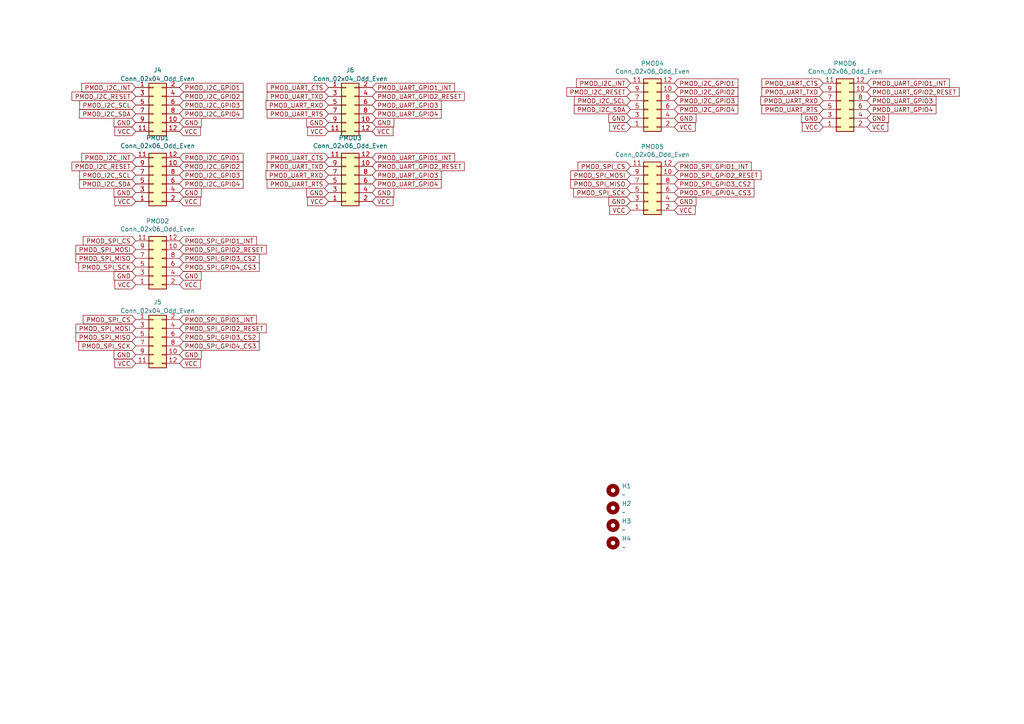
<source format=kicad_sch>
(kicad_sch (version 20211123) (generator eeschema)
  (paper "A4")
  (lib_symbols
    (symbol "Connector_Generic:Conn_02x06_Odd_Even" (pin_names (offset 1.016) hide)
      (property "Reference" "J" (at 1.27 7.62 0))
      (property "Value" "Conn_02x06_Odd_Even" (at 1.27 -10.16 0))
      (symbol "Conn_02x06_Odd_Even_1_1"
        (rectangle (start -1.27 -7.493) (end 0 -7.747) (stroke (width 0.1524)))
        (rectangle (start -1.27 -4.953) (end 0 -5.207) (stroke (width 0.1524)))
        (rectangle (start -1.27 -2.413) (end 0 -2.667) (stroke (width 0.1524)))
        (rectangle (start -1.27 0.127) (end 0 -0.127) (stroke (width 0.1524)))
        (rectangle (start -1.27 2.667) (end 0 2.413) (stroke (width 0.1524)))
        (rectangle (start -1.27 5.207) (end 0 4.953) (stroke (width 0.1524)))
        (rectangle (start -1.27 6.35) (end 3.81 -8.89) (stroke (width 0.254)) (fill (type background)))
        (rectangle (start 3.81 -7.493) (end 2.54 -7.747) (stroke (width 0.1524)))
        (rectangle (start 3.81 -4.953) (end 2.54 -5.207) (stroke (width 0.1524)))
        (rectangle (start 3.81 -2.413) (end 2.54 -2.667) (stroke (width 0.1524)))
        (rectangle (start 3.81 0.127) (end 2.54 -0.127) (stroke (width 0.1524)))
        (rectangle (start 3.81 2.667) (end 2.54 2.413) (stroke (width 0.1524)))
        (rectangle (start 3.81 5.207) (end 2.54 4.953) (stroke (width 0.1524)))
        (pin passive line (at -5.08 5.08 0) (length 3.81) (name "Pin_1") (number "1"))
        (pin passive line (at 7.62 -5.08 180) (length 3.81) (name "Pin_10") (number "10"))
        (pin passive line (at -5.08 -7.62 0) (length 3.81) (name "Pin_11") (number "11"))
        (pin passive line (at 7.62 -7.62 180) (length 3.81) (name "Pin_12") (number "12"))
        (pin passive line (at 7.62 5.08 180) (length 3.81) (name "Pin_2") (number "2"))
        (pin passive line (at -5.08 2.54 0) (length 3.81) (name "Pin_3") (number "3"))
        (pin passive line (at 7.62 2.54 180) (length 3.81) (name "Pin_4") (number "4"))
        (pin passive line (at -5.08 0 0) (length 3.81) (name "Pin_5") (number "5"))
        (pin passive line (at 7.62 0 180) (length 3.81) (name "Pin_6") (number "6"))
        (pin passive line (at -5.08 -2.54 0) (length 3.81) (name "Pin_7") (number "7"))
        (pin passive line (at 7.62 -2.54 180) (length 3.81) (name "Pin_8") (number "8"))
        (pin passive line (at -5.08 -5.08 0) (length 3.81) (name "Pin_9") (number "9"))
      )
    )
    (symbol "Mechanical:MountingHole" (pin_names (offset 1.016))
      (property "Reference" "H" (at 0 5.08 0))
      (property "Value" "MountingHole" (at 0 3.175 0))
      (symbol "MountingHole_0_1"
        (circle (center 0 0) (radius 1.27) (stroke (width 1.27)))
      )
    )
  )
  (global_label "GND" (shape input) (at 52.07 55.88 0) (property "Intersheet-verwijzingen" "${INTERSHEET_REFS}" (effects hide)))
  (global_label "PMOD_UART_RTS" (shape input) (at 95.25 33.02 180) (property "Intersheet-verwijzingen" "${INTERSHEET_REFS}" (effects hide)))
  (global_label "PMOD_UART_GPIO3" (shape input) (at 251.46 29.21 0) (property "Intersheet-verwijzingen" "${INTERSHEET_REFS}" (effects hide)))
  (global_label "PMOD_I2C_INT" (shape input) (at 39.37 45.72 180) (property "Intersheet-verwijzingen" "${INTERSHEET_REFS}" (effects hide)))
  (global_label "GND" (shape input) (at 52.07 80.01 0) (property "Intersheet-verwijzingen" "${INTERSHEET_REFS}" (effects hide)))
  (global_label "PMOD_SPI_SCK" (shape input) (at 39.37 100.33 180) (property "Intersheet-verwijzingen" "${INTERSHEET_REFS}" (effects hide)))
  (global_label "PMOD_UART_GPIO2_RESET" (shape input) (at 107.95 27.94 0) (property "Intersheet-verwijzingen" "${INTERSHEET_REFS}" (effects hide)))
  (global_label "PMOD_UART_CTS" (shape input) (at 238.76 24.13 180) (property "Intersheet-verwijzingen" "${INTERSHEET_REFS}" (effects hide)))
  (global_label "PMOD_I2C_GPIO1" (shape input) (at 52.07 25.4 0) (property "Intersheet-verwijzingen" "${INTERSHEET_REFS}" (effects hide)))
  (global_label "PMOD_UART_TXD" (shape input) (at 238.76 26.67 180) (property "Intersheet-verwijzingen" "${INTERSHEET_REFS}" (effects hide)))
  (global_label "PMOD_UART_GPIO4" (shape input) (at 107.95 53.34 0) (property "Intersheet-verwijzingen" "${INTERSHEET_REFS}" (effects hide)))
  (global_label "PMOD_UART_TXD" (shape input) (at 95.25 48.26 180) (property "Intersheet-verwijzingen" "${INTERSHEET_REFS}" (effects hide)))
  (global_label "PMOD_UART_CTS" (shape input) (at 95.25 25.4 180) (property "Intersheet-verwijzingen" "${INTERSHEET_REFS}" (effects hide)))
  (global_label "PMOD_SPI_GPIO4_CS3" (shape input) (at 195.58 55.88 0) (property "Intersheet-verwijzingen" "${INTERSHEET_REFS}" (effects hide)))
  (global_label "PMOD_SPI_GPIO1_INT" (shape input) (at 52.07 69.85 0) (property "Intersheet-verwijzingen" "${INTERSHEET_REFS}" (effects hide)))
  (global_label "GND" (shape input) (at 107.95 55.88 0) (property "Intersheet-verwijzingen" "${INTERSHEET_REFS}" (effects hide)))
  (global_label "VCC" (shape input) (at 182.88 36.83 180) (property "Intersheet-verwijzingen" "${INTERSHEET_REFS}" (effects hide)))
  (global_label "PMOD_UART_RXD" (shape input) (at 95.25 50.8 180) (property "Intersheet-verwijzingen" "${INTERSHEET_REFS}" (effects hide)))
  (global_label "PMOD_I2C_GPIO3" (shape input) (at 195.58 29.21 0) (property "Intersheet-verwijzingen" "${INTERSHEET_REFS}" (effects hide)))
  (global_label "PMOD_UART_GPIO4" (shape input) (at 107.95 33.02 0) (property "Intersheet-verwijzingen" "${INTERSHEET_REFS}" (effects hide)))
  (global_label "PMOD_I2C_RESET" (shape input) (at 182.88 26.67 180) (property "Intersheet-verwijzingen" "${INTERSHEET_REFS}" (effects hide)))
  (global_label "PMOD_SPI_GPIO4_CS3" (shape input) (at 52.07 77.47 0) (property "Intersheet-verwijzingen" "${INTERSHEET_REFS}" (effects hide)))
  (global_label "VCC" (shape input) (at 52.07 105.41 0) (property "Intersheet-verwijzingen" "${INTERSHEET_REFS}" (effects hide)))
  (global_label "PMOD_SPI_GPIO4_CS3" (shape input) (at 52.07 100.33 0) (property "Intersheet-verwijzingen" "${INTERSHEET_REFS}" (effects hide)))
  (global_label "PMOD_I2C_GPIO3" (shape input) (at 52.07 50.8 0) (property "Intersheet-verwijzingen" "${INTERSHEET_REFS}" (effects hide)))
  (global_label "PMOD_I2C_GPIO1" (shape input) (at 195.58 24.13 0) (property "Intersheet-verwijzingen" "${INTERSHEET_REFS}" (effects hide)))
  (global_label "VCC" (shape input) (at 251.46 36.83 0) (property "Intersheet-verwijzingen" "${INTERSHEET_REFS}" (effects hide)))
  (global_label "PMOD_I2C_GPIO2" (shape input) (at 195.58 26.67 0) (property "Intersheet-verwijzingen" "${INTERSHEET_REFS}" (effects hide)))
  (global_label "PMOD_UART_TXD" (shape input) (at 95.25 27.94 180) (property "Intersheet-verwijzingen" "${INTERSHEET_REFS}" (effects hide)))
  (global_label "GND" (shape input) (at 182.88 58.42 180) (property "Intersheet-verwijzingen" "${INTERSHEET_REFS}" (effects hide)))
  (global_label "PMOD_UART_GPIO1_INT" (shape input) (at 107.95 45.72 0) (property "Intersheet-verwijzingen" "${INTERSHEET_REFS}" (effects hide)))
  (global_label "PMOD_SPI_GPIO3_CS2" (shape input) (at 52.07 74.93 0) (property "Intersheet-verwijzingen" "${INTERSHEET_REFS}" (effects hide)))
  (global_label "PMOD_SPI_GPIO1_INT" (shape input) (at 52.07 92.71 0) (property "Intersheet-verwijzingen" "${INTERSHEET_REFS}" (effects hide)))
  (global_label "VCC" (shape input) (at 107.95 38.1 0) (property "Intersheet-verwijzingen" "${INTERSHEET_REFS}" (effects hide)))
  (global_label "PMOD_I2C_SDA" (shape input) (at 182.88 31.75 180) (property "Intersheet-verwijzingen" "${INTERSHEET_REFS}" (effects hide)))
  (global_label "PMOD_SPI_GPIO2_RESET" (shape input) (at 195.58 50.8 0) (property "Intersheet-verwijzingen" "${INTERSHEET_REFS}" (effects hide)))
  (global_label "PMOD_SPI_CS" (shape input) (at 39.37 69.85 180) (property "Intersheet-verwijzingen" "${INTERSHEET_REFS}" (effects hide)))
  (global_label "PMOD_SPI_MOSI" (shape input) (at 39.37 72.39 180) (property "Intersheet-verwijzingen" "${INTERSHEET_REFS}" (effects hide)))
  (global_label "VCC" (shape input) (at 52.07 58.42 0) (property "Intersheet-verwijzingen" "${INTERSHEET_REFS}" (effects hide)))
  (global_label "PMOD_I2C_SDA" (shape input) (at 39.37 33.02 180) (property "Intersheet-verwijzingen" "${INTERSHEET_REFS}" (effects hide)))
  (global_label "PMOD_I2C_INT" (shape input) (at 182.88 24.13 180) (property "Intersheet-verwijzingen" "${INTERSHEET_REFS}" (effects hide)))
  (global_label "PMOD_SPI_SCK" (shape input) (at 39.37 77.47 180) (property "Intersheet-verwijzingen" "${INTERSHEET_REFS}" (effects hide)))
  (global_label "PMOD_SPI_GPIO1_INT" (shape input) (at 195.58 48.26 0) (property "Intersheet-verwijzingen" "${INTERSHEET_REFS}" (effects hide)))
  (global_label "GND" (shape input) (at 95.25 55.88 180) (property "Intersheet-verwijzingen" "${INTERSHEET_REFS}" (effects hide)))
  (global_label "PMOD_I2C_GPIO4" (shape input) (at 195.58 31.75 0) (property "Intersheet-verwijzingen" "${INTERSHEET_REFS}" (effects hide)))
  (global_label "PMOD_UART_RXD" (shape input) (at 95.25 30.48 180) (property "Intersheet-verwijzingen" "${INTERSHEET_REFS}" (effects hide)))
  (global_label "VCC" (shape input) (at 39.37 58.42 180) (property "Intersheet-verwijzingen" "${INTERSHEET_REFS}" (effects hide)))
  (global_label "PMOD_I2C_SCL" (shape input) (at 39.37 50.8 180) (property "Intersheet-verwijzingen" "${INTERSHEET_REFS}" (effects hide)))
  (global_label "VCC" (shape input) (at 95.25 38.1 180) (property "Intersheet-verwijzingen" "${INTERSHEET_REFS}" (effects hide)))
  (global_label "GND" (shape input) (at 238.76 34.29 180) (property "Intersheet-verwijzingen" "${INTERSHEET_REFS}" (effects hide)))
  (global_label "PMOD_I2C_GPIO4" (shape input) (at 52.07 53.34 0) (property "Intersheet-verwijzingen" "${INTERSHEET_REFS}" (effects hide)))
  (global_label "PMOD_I2C_INT" (shape input) (at 39.37 25.4 180) (property "Intersheet-verwijzingen" "${INTERSHEET_REFS}" (effects hide)))
  (global_label "VCC" (shape input) (at 182.88 60.96 180) (property "Intersheet-verwijzingen" "${INTERSHEET_REFS}" (effects hide)))
  (global_label "VCC" (shape input) (at 95.25 58.42 180) (property "Intersheet-verwijzingen" "${INTERSHEET_REFS}" (effects hide)))
  (global_label "PMOD_SPI_MOSI" (shape input) (at 39.37 95.25 180) (property "Intersheet-verwijzingen" "${INTERSHEET_REFS}" (effects hide)))
  (global_label "PMOD_SPI_SCK" (shape input) (at 182.88 55.88 180) (property "Intersheet-verwijzingen" "${INTERSHEET_REFS}" (effects hide)))
  (global_label "PMOD_UART_CTS" (shape input) (at 95.25 45.72 180) (property "Intersheet-verwijzingen" "${INTERSHEET_REFS}" (effects hide)))
  (global_label "PMOD_UART_GPIO1_INT" (shape input) (at 107.95 25.4 0) (property "Intersheet-verwijzingen" "${INTERSHEET_REFS}" (effects hide)))
  (global_label "PMOD_SPI_MISO" (shape input) (at 39.37 74.93 180) (property "Intersheet-verwijzingen" "${INTERSHEET_REFS}" (effects hide)))
  (global_label "PMOD_UART_RTS" (shape input) (at 95.25 53.34 180) (property "Intersheet-verwijzingen" "${INTERSHEET_REFS}" (effects hide)))
  (global_label "PMOD_SPI_GPIO3_CS2" (shape input) (at 52.07 97.79 0) (property "Intersheet-verwijzingen" "${INTERSHEET_REFS}" (effects hide)))
  (global_label "GND" (shape input) (at 39.37 35.56 180) (property "Intersheet-verwijzingen" "${INTERSHEET_REFS}" (effects hide)))
  (global_label "PMOD_UART_GPIO3" (shape input) (at 107.95 30.48 0) (property "Intersheet-verwijzingen" "${INTERSHEET_REFS}" (effects hide)))
  (global_label "VCC" (shape input) (at 39.37 105.41 180) (property "Intersheet-verwijzingen" "${INTERSHEET_REFS}" (effects hide)))
  (global_label "PMOD_SPI_GPIO3_CS2" (shape input) (at 195.58 53.34 0) (property "Intersheet-verwijzingen" "${INTERSHEET_REFS}" (effects hide)))
  (global_label "PMOD_SPI_GPIO2_RESET" (shape input) (at 52.07 72.39 0) (property "Intersheet-verwijzingen" "${INTERSHEET_REFS}" (effects hide)))
  (global_label "GND" (shape input) (at 195.58 58.42 0) (property "Intersheet-verwijzingen" "${INTERSHEET_REFS}" (effects hide)))
  (global_label "PMOD_UART_RXD" (shape input) (at 238.76 29.21 180) (property "Intersheet-verwijzingen" "${INTERSHEET_REFS}" (effects hide)))
  (global_label "PMOD_SPI_MISO" (shape input) (at 182.88 53.34 180) (property "Intersheet-verwijzingen" "${INTERSHEET_REFS}" (effects hide)))
  (global_label "GND" (shape input) (at 107.95 35.56 0) (property "Intersheet-verwijzingen" "${INTERSHEET_REFS}" (effects hide)))
  (global_label "GND" (shape input) (at 39.37 102.87 180) (property "Intersheet-verwijzingen" "${INTERSHEET_REFS}" (effects hide)))
  (global_label "PMOD_UART_GPIO2_RESET" (shape input) (at 107.95 48.26 0) (property "Intersheet-verwijzingen" "${INTERSHEET_REFS}" (effects hide)))
  (global_label "PMOD_SPI_MOSI" (shape input) (at 182.88 50.8 180) (property "Intersheet-verwijzingen" "${INTERSHEET_REFS}" (effects hide)))
  (global_label "PMOD_UART_GPIO4" (shape input) (at 251.46 31.75 0) (property "Intersheet-verwijzingen" "${INTERSHEET_REFS}" (effects hide)))
  (global_label "VCC" (shape input) (at 238.76 36.83 180) (property "Intersheet-verwijzingen" "${INTERSHEET_REFS}" (effects hide)))
  (global_label "PMOD_SPI_CS" (shape input) (at 182.88 48.26 180) (property "Intersheet-verwijzingen" "${INTERSHEET_REFS}" (effects hide)))
  (global_label "PMOD_I2C_GPIO2" (shape input) (at 52.07 27.94 0) (property "Intersheet-verwijzingen" "${INTERSHEET_REFS}" (effects hide)))
  (global_label "PMOD_UART_RTS" (shape input) (at 238.76 31.75 180) (property "Intersheet-verwijzingen" "${INTERSHEET_REFS}" (effects hide)))
  (global_label "GND" (shape input) (at 52.07 102.87 0) (property "Intersheet-verwijzingen" "${INTERSHEET_REFS}" (effects hide)))
  (global_label "PMOD_UART_GPIO1_INT" (shape input) (at 251.46 24.13 0) (property "Intersheet-verwijzingen" "${INTERSHEET_REFS}" (effects hide)))
  (global_label "PMOD_SPI_GPIO2_RESET" (shape input) (at 52.07 95.25 0) (property "Intersheet-verwijzingen" "${INTERSHEET_REFS}" (effects hide)))
  (global_label "GND" (shape input) (at 52.07 35.56 0) (property "Intersheet-verwijzingen" "${INTERSHEET_REFS}" (effects hide)))
  (global_label "PMOD_I2C_RESET" (shape input) (at 39.37 27.94 180) (property "Intersheet-verwijzingen" "${INTERSHEET_REFS}" (effects hide)))
  (global_label "VCC" (shape input) (at 195.58 60.96 0) (property "Intersheet-verwijzingen" "${INTERSHEET_REFS}" (effects hide)))
  (global_label "GND" (shape input) (at 39.37 80.01 180) (property "Intersheet-verwijzingen" "${INTERSHEET_REFS}" (effects hide)))
  (global_label "PMOD_UART_GPIO3" (shape input) (at 107.95 50.8 0) (property "Intersheet-verwijzingen" "${INTERSHEET_REFS}" (effects hide)))
  (global_label "PMOD_SPI_MISO" (shape input) (at 39.37 97.79 180) (property "Intersheet-verwijzingen" "${INTERSHEET_REFS}" (effects hide)))
  (global_label "PMOD_I2C_GPIO4" (shape input) (at 52.07 33.02 0) (property "Intersheet-verwijzingen" "${INTERSHEET_REFS}" (effects hide)))
  (global_label "PMOD_I2C_SDA" (shape input) (at 39.37 53.34 180) (property "Intersheet-verwijzingen" "${INTERSHEET_REFS}" (effects hide)))
  (global_label "GND" (shape input) (at 39.37 55.88 180) (property "Intersheet-verwijzingen" "${INTERSHEET_REFS}" (effects hide)))
  (global_label "PMOD_I2C_RESET" (shape input) (at 39.37 48.26 180) (property "Intersheet-verwijzingen" "${INTERSHEET_REFS}" (effects hide)))
  (global_label "PMOD_I2C_GPIO3" (shape input) (at 52.07 30.48 0) (property "Intersheet-verwijzingen" "${INTERSHEET_REFS}" (effects hide)))
  (global_label "PMOD_UART_GPIO2_RESET" (shape input) (at 251.46 26.67 0) (property "Intersheet-verwijzingen" "${INTERSHEET_REFS}" (effects hide)))
  (global_label "VCC" (shape input) (at 52.07 38.1 0) (property "Intersheet-verwijzingen" "${INTERSHEET_REFS}" (effects hide)))
  (global_label "VCC" (shape input) (at 39.37 38.1 180) (property "Intersheet-verwijzingen" "${INTERSHEET_REFS}" (effects hide)))
  (global_label "PMOD_I2C_SCL" (shape input) (at 182.88 29.21 180) (property "Intersheet-verwijzingen" "${INTERSHEET_REFS}" (effects hide)))
  (global_label "PMOD_I2C_GPIO2" (shape input) (at 52.07 48.26 0) (property "Intersheet-verwijzingen" "${INTERSHEET_REFS}" (effects hide)))
  (global_label "PMOD_I2C_GPIO1" (shape input) (at 52.07 45.72 0) (property "Intersheet-verwijzingen" "${INTERSHEET_REFS}" (effects hide)))
  (global_label "GND" (shape input) (at 195.58 34.29 0) (property "Intersheet-verwijzingen" "${INTERSHEET_REFS}" (effects hide)))
  (global_label "PMOD_SPI_CS" (shape input) (at 39.37 92.71 180) (property "Intersheet-verwijzingen" "${INTERSHEET_REFS}" (effects hide)))
  (global_label "VCC" (shape input) (at 39.37 82.55 180) (property "Intersheet-verwijzingen" "${INTERSHEET_REFS}" (effects hide)))
  (global_label "VCC" (shape input) (at 107.95 58.42 0) (property "Intersheet-verwijzingen" "${INTERSHEET_REFS}" (effects hide)))
  (global_label "GND" (shape input) (at 182.88 34.29 180) (property "Intersheet-verwijzingen" "${INTERSHEET_REFS}" (effects hide)))
  (global_label "PMOD_I2C_SCL" (shape input) (at 39.37 30.48 180) (property "Intersheet-verwijzingen" "${INTERSHEET_REFS}" (effects hide)))
  (global_label "VCC" (shape input) (at 52.07 82.55 0) (property "Intersheet-verwijzingen" "${INTERSHEET_REFS}" (effects hide)))
  (global_label "GND" (shape input) (at 251.46 34.29 0) (property "Intersheet-verwijzingen" "${INTERSHEET_REFS}" (effects hide)))
  (global_label "VCC" (shape input) (at 195.58 36.83 0) (property "Intersheet-verwijzingen" "${INTERSHEET_REFS}" (effects hide)))
  (global_label "GND" (shape input) (at 95.25 35.56 180) (property "Intersheet-verwijzingen" "${INTERSHEET_REFS}" (effects hide)))
  (symbol (lib_id "Connector_Generic:Conn_02x06_Odd_Even") (at 44.45 53.34 0) (mirror x) (unit 1)
    (property "Reference" "PMOD1" (at 45.72 40.005 0))
    (property "Value" "Conn_02x06_Odd_Even" (at 45.72 42.3164 0))
    (property "Footprint" "Connector_PinHeader_2.54mm:PinHeader_2x06_P2.54mm_Horizontal" (effects hide))
  )
  (symbol (lib_id "Connector_Generic:Conn_02x06_Odd_Even") (at 44.45 77.47 0) (mirror x) (unit 1)
    (property "Reference" "PMOD2" (at 45.72 64.135 0))
    (property "Value" "Conn_02x06_Odd_Even" (at 45.72 66.4464 0))
    (property "Footprint" "Connector_PinHeader_2.54mm:PinHeader_2x06_P2.54mm_Horizontal" (effects hide))
  )
  (symbol (lib_id "Connector_Generic:Conn_02x06_Odd_Even") (at 100.33 53.34 0) (mirror x) (unit 1)
    (property "Reference" "PMOD3" (at 101.6 40.005 0))
    (property "Value" "Conn_02x06_Odd_Even" (at 101.6 42.3164 0))
    (property "Footprint" "Connector_PinHeader_2.54mm:PinHeader_2x06_P2.54mm_Horizontal" (effects hide))
  )
  (symbol (lib_id "Connector_Generic:Conn_02x06_Odd_Even") (at 44.45 97.79 0) (unit 1)
    (property "Reference" "J5" (at 45.72 87.63 0))
    (property "Value" "Conn_02x04_Odd_Even" (at 45.72 90.17 0))
    (property "Footprint" "Connector_PinHeader_2.54mm:PinHeader_2x06_P2.54mm_Vertical" (effects hide))
  )
  (symbol (lib_id "Connector_Generic:Conn_02x06_Odd_Even") (at 44.45 30.48 0) (unit 1)
    (property "Reference" "J4" (at 45.72 20.32 0))
    (property "Value" "Conn_02x04_Odd_Even" (at 45.72 22.86 0))
    (property "Footprint" "Connector_PinHeader_2.54mm:PinHeader_2x06_P2.54mm_Vertical" (effects hide))
  )
  (symbol (lib_id "Connector_Generic:Conn_02x06_Odd_Even") (at 100.33 30.48 0) (unit 1)
    (property "Reference" "J6" (at 101.6 20.32 0))
    (property "Value" "Conn_02x04_Odd_Even" (at 101.6 22.86 0))
    (property "Footprint" "Connector_PinHeader_2.54mm:PinHeader_2x06_P2.54mm_Vertical" (effects hide))
  )
  (symbol (lib_id "Mechanical:MountingHole") (at 177.8 142.24 0) (unit 1)
    (property "Reference" "H1" (at 180.34 140.9699 0) (effects (justify left)))
    (property "Value" "~" (at 180.34 143.5099 0) (effects (justify left)))
    (property "Footprint" "MountingHole:MountingHole_4.3mm_M4_Pad_Via" (effects hide))
  )
  (symbol (lib_id "Mechanical:MountingHole") (at 177.8 152.4 0) (unit 1)
    (property "Reference" "H3" (at 180.34 151.1299 0) (effects (justify left)))
    (property "Value" "~" (at 180.34 153.6699 0) (effects (justify left)))
    (property "Footprint" "MountingHole:MountingHole_4.3mm_M4_Pad_Via" (effects hide))
  )
  (symbol (lib_id "Connector_Generic:Conn_02x06_Odd_Even") (at 187.96 55.88 0) (mirror x) (unit 1)
    (property "Reference" "PMOD5" (at 189.23 42.545 0))
    (property "Value" "Conn_02x06_Odd_Even" (at 189.23 44.8564 0))
    (property "Footprint" "Connector_PinSocket_2.54mm:PinSocket_2x06_P2.54mm_Horizontal" (effects hide))
  )
  (symbol (lib_id "Connector_Generic:Conn_02x06_Odd_Even") (at 243.84 31.75 0) (mirror x) (unit 1)
    (property "Reference" "PMOD6" (at 245.11 18.415 0))
    (property "Value" "Conn_02x06_Odd_Even" (at 245.11 20.7264 0))
    (property "Footprint" "Connector_PinSocket_2.54mm:PinSocket_2x06_P2.54mm_Horizontal" (effects hide))
  )
  (symbol (lib_id "Connector_Generic:Conn_02x06_Odd_Even") (at 187.96 31.75 0) (mirror x) (unit 1)
    (property "Reference" "PMOD4" (at 189.23 18.415 0))
    (property "Value" "Conn_02x06_Odd_Even" (at 189.23 20.7264 0))
    (property "Footprint" "Connector_PinSocket_2.54mm:PinSocket_2x06_P2.54mm_Horizontal" (effects hide))
  )
  (symbol (lib_id "Mechanical:MountingHole") (at 177.8 147.32 0) (unit 1)
    (property "Reference" "H2" (at 180.34 146.0499 0) (effects (justify left)))
    (property "Value" "~" (at 180.34 148.5899 0) (effects (justify left)))
    (property "Footprint" "MountingHole:MountingHole_4.3mm_M4_Pad_Via" (effects hide))
  )
  (symbol (lib_id "Mechanical:MountingHole") (at 177.8 157.48 0) (unit 1)
    (property "Reference" "H4" (at 180.34 156.2099 0) (effects (justify left)))
    (property "Value" "~" (at 180.34 158.7499 0) (effects (justify left)))
    (property "Footprint" "MountingHole:MountingHole_4.3mm_M4_Pad_Via" (effects hide))
  )
)
</source>
